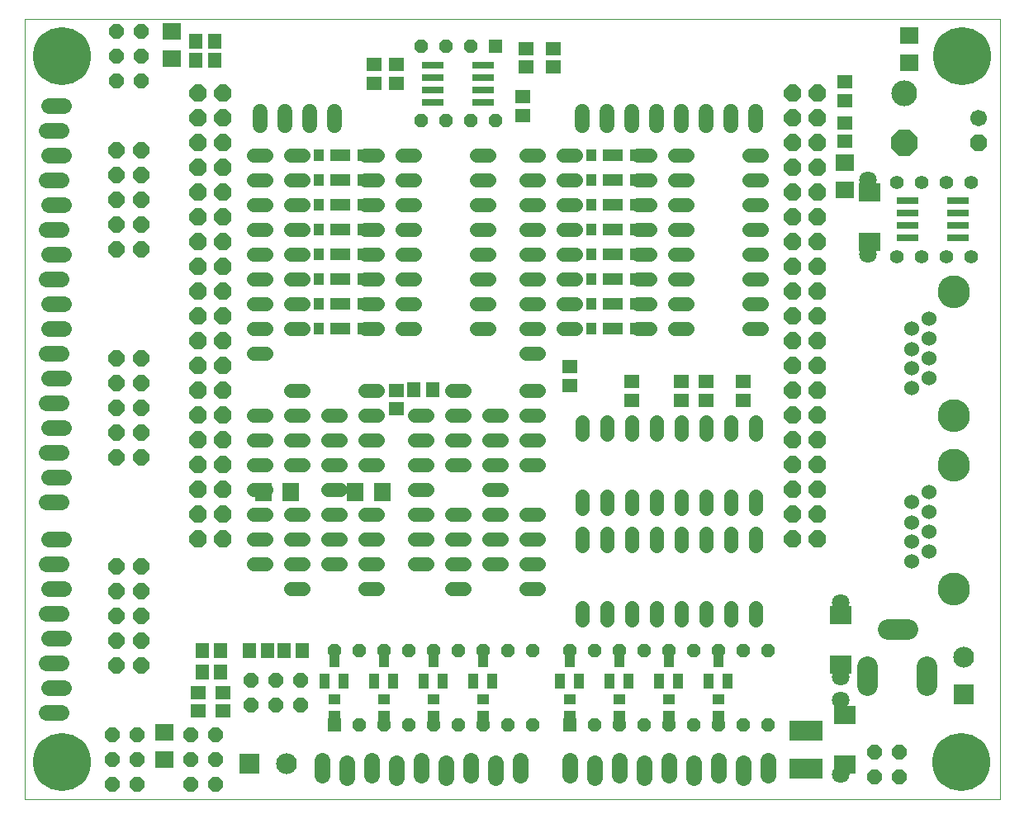
<source format=gts>
G75*
%MOIN*%
%OFA0B0*%
%FSLAX25Y25*%
%IPPOS*%
%LPD*%
%AMOC8*
5,1,8,0,0,1.08239X$1,22.5*
%
%ADD10C,0.00000*%
%ADD11OC8,0.07000*%
%ADD12C,0.23400*%
%ADD13C,0.08274*%
%ADD14C,0.06000*%
%ADD15C,0.12998*%
%ADD16R,0.05600X0.05600*%
%ADD17OC8,0.05600*%
%ADD18C,0.05600*%
%ADD19C,0.06400*%
%ADD20R,0.09061X0.02762*%
%ADD21C,0.10400*%
%ADD22OC8,0.10400*%
%ADD23C,0.07093*%
%ADD24R,0.07487X0.06699*%
%ADD25OC8,0.06700*%
%ADD26C,0.06700*%
%ADD27OC8,0.06000*%
%ADD28R,0.05518X0.06306*%
%ADD29R,0.06306X0.05518*%
%ADD30C,0.06000*%
%ADD31C,0.05600*%
%ADD32OC8,0.06337*%
%ADD33R,0.04337X0.05912*%
%ADD34R,0.04731X0.04337*%
%ADD35R,0.13786X0.07880*%
%ADD36R,0.04337X0.04731*%
%ADD37R,0.04140X0.04731*%
%ADD38R,0.06699X0.07487*%
%ADD39R,0.08400X0.08400*%
%ADD40C,0.08400*%
%ADD41R,0.09061X0.07487*%
D10*
X0003000Y0106000D02*
X0003000Y0420961D01*
X0396701Y0420961D01*
X0396701Y0106000D01*
X0003000Y0106000D01*
X0371701Y0191000D02*
X0371703Y0191158D01*
X0371709Y0191316D01*
X0371719Y0191474D01*
X0371733Y0191632D01*
X0371751Y0191789D01*
X0371772Y0191946D01*
X0371798Y0192102D01*
X0371828Y0192258D01*
X0371861Y0192413D01*
X0371899Y0192566D01*
X0371940Y0192719D01*
X0371985Y0192871D01*
X0372034Y0193022D01*
X0372087Y0193171D01*
X0372143Y0193319D01*
X0372203Y0193465D01*
X0372267Y0193610D01*
X0372335Y0193753D01*
X0372406Y0193895D01*
X0372480Y0194035D01*
X0372558Y0194172D01*
X0372640Y0194308D01*
X0372724Y0194442D01*
X0372813Y0194573D01*
X0372904Y0194702D01*
X0372999Y0194829D01*
X0373096Y0194954D01*
X0373197Y0195076D01*
X0373301Y0195195D01*
X0373408Y0195312D01*
X0373518Y0195426D01*
X0373631Y0195537D01*
X0373746Y0195646D01*
X0373864Y0195751D01*
X0373985Y0195853D01*
X0374108Y0195953D01*
X0374234Y0196049D01*
X0374362Y0196142D01*
X0374492Y0196232D01*
X0374625Y0196318D01*
X0374760Y0196402D01*
X0374896Y0196481D01*
X0375035Y0196558D01*
X0375176Y0196630D01*
X0375318Y0196700D01*
X0375462Y0196765D01*
X0375608Y0196827D01*
X0375755Y0196885D01*
X0375904Y0196940D01*
X0376054Y0196991D01*
X0376205Y0197038D01*
X0376357Y0197081D01*
X0376510Y0197120D01*
X0376665Y0197156D01*
X0376820Y0197187D01*
X0376976Y0197215D01*
X0377132Y0197239D01*
X0377289Y0197259D01*
X0377447Y0197275D01*
X0377604Y0197287D01*
X0377763Y0197295D01*
X0377921Y0197299D01*
X0378079Y0197299D01*
X0378237Y0197295D01*
X0378396Y0197287D01*
X0378553Y0197275D01*
X0378711Y0197259D01*
X0378868Y0197239D01*
X0379024Y0197215D01*
X0379180Y0197187D01*
X0379335Y0197156D01*
X0379490Y0197120D01*
X0379643Y0197081D01*
X0379795Y0197038D01*
X0379946Y0196991D01*
X0380096Y0196940D01*
X0380245Y0196885D01*
X0380392Y0196827D01*
X0380538Y0196765D01*
X0380682Y0196700D01*
X0380824Y0196630D01*
X0380965Y0196558D01*
X0381104Y0196481D01*
X0381240Y0196402D01*
X0381375Y0196318D01*
X0381508Y0196232D01*
X0381638Y0196142D01*
X0381766Y0196049D01*
X0381892Y0195953D01*
X0382015Y0195853D01*
X0382136Y0195751D01*
X0382254Y0195646D01*
X0382369Y0195537D01*
X0382482Y0195426D01*
X0382592Y0195312D01*
X0382699Y0195195D01*
X0382803Y0195076D01*
X0382904Y0194954D01*
X0383001Y0194829D01*
X0383096Y0194702D01*
X0383187Y0194573D01*
X0383276Y0194442D01*
X0383360Y0194308D01*
X0383442Y0194172D01*
X0383520Y0194035D01*
X0383594Y0193895D01*
X0383665Y0193753D01*
X0383733Y0193610D01*
X0383797Y0193465D01*
X0383857Y0193319D01*
X0383913Y0193171D01*
X0383966Y0193022D01*
X0384015Y0192871D01*
X0384060Y0192719D01*
X0384101Y0192566D01*
X0384139Y0192413D01*
X0384172Y0192258D01*
X0384202Y0192102D01*
X0384228Y0191946D01*
X0384249Y0191789D01*
X0384267Y0191632D01*
X0384281Y0191474D01*
X0384291Y0191316D01*
X0384297Y0191158D01*
X0384299Y0191000D01*
X0384297Y0190842D01*
X0384291Y0190684D01*
X0384281Y0190526D01*
X0384267Y0190368D01*
X0384249Y0190211D01*
X0384228Y0190054D01*
X0384202Y0189898D01*
X0384172Y0189742D01*
X0384139Y0189587D01*
X0384101Y0189434D01*
X0384060Y0189281D01*
X0384015Y0189129D01*
X0383966Y0188978D01*
X0383913Y0188829D01*
X0383857Y0188681D01*
X0383797Y0188535D01*
X0383733Y0188390D01*
X0383665Y0188247D01*
X0383594Y0188105D01*
X0383520Y0187965D01*
X0383442Y0187828D01*
X0383360Y0187692D01*
X0383276Y0187558D01*
X0383187Y0187427D01*
X0383096Y0187298D01*
X0383001Y0187171D01*
X0382904Y0187046D01*
X0382803Y0186924D01*
X0382699Y0186805D01*
X0382592Y0186688D01*
X0382482Y0186574D01*
X0382369Y0186463D01*
X0382254Y0186354D01*
X0382136Y0186249D01*
X0382015Y0186147D01*
X0381892Y0186047D01*
X0381766Y0185951D01*
X0381638Y0185858D01*
X0381508Y0185768D01*
X0381375Y0185682D01*
X0381240Y0185598D01*
X0381104Y0185519D01*
X0380965Y0185442D01*
X0380824Y0185370D01*
X0380682Y0185300D01*
X0380538Y0185235D01*
X0380392Y0185173D01*
X0380245Y0185115D01*
X0380096Y0185060D01*
X0379946Y0185009D01*
X0379795Y0184962D01*
X0379643Y0184919D01*
X0379490Y0184880D01*
X0379335Y0184844D01*
X0379180Y0184813D01*
X0379024Y0184785D01*
X0378868Y0184761D01*
X0378711Y0184741D01*
X0378553Y0184725D01*
X0378396Y0184713D01*
X0378237Y0184705D01*
X0378079Y0184701D01*
X0377921Y0184701D01*
X0377763Y0184705D01*
X0377604Y0184713D01*
X0377447Y0184725D01*
X0377289Y0184741D01*
X0377132Y0184761D01*
X0376976Y0184785D01*
X0376820Y0184813D01*
X0376665Y0184844D01*
X0376510Y0184880D01*
X0376357Y0184919D01*
X0376205Y0184962D01*
X0376054Y0185009D01*
X0375904Y0185060D01*
X0375755Y0185115D01*
X0375608Y0185173D01*
X0375462Y0185235D01*
X0375318Y0185300D01*
X0375176Y0185370D01*
X0375035Y0185442D01*
X0374896Y0185519D01*
X0374760Y0185598D01*
X0374625Y0185682D01*
X0374492Y0185768D01*
X0374362Y0185858D01*
X0374234Y0185951D01*
X0374108Y0186047D01*
X0373985Y0186147D01*
X0373864Y0186249D01*
X0373746Y0186354D01*
X0373631Y0186463D01*
X0373518Y0186574D01*
X0373408Y0186688D01*
X0373301Y0186805D01*
X0373197Y0186924D01*
X0373096Y0187046D01*
X0372999Y0187171D01*
X0372904Y0187298D01*
X0372813Y0187427D01*
X0372724Y0187558D01*
X0372640Y0187692D01*
X0372558Y0187828D01*
X0372480Y0187965D01*
X0372406Y0188105D01*
X0372335Y0188247D01*
X0372267Y0188390D01*
X0372203Y0188535D01*
X0372143Y0188681D01*
X0372087Y0188829D01*
X0372034Y0188978D01*
X0371985Y0189129D01*
X0371940Y0189281D01*
X0371899Y0189434D01*
X0371861Y0189587D01*
X0371828Y0189742D01*
X0371798Y0189898D01*
X0371772Y0190054D01*
X0371751Y0190211D01*
X0371733Y0190368D01*
X0371719Y0190526D01*
X0371709Y0190684D01*
X0371703Y0190842D01*
X0371701Y0191000D01*
X0371701Y0241000D02*
X0371703Y0241158D01*
X0371709Y0241316D01*
X0371719Y0241474D01*
X0371733Y0241632D01*
X0371751Y0241789D01*
X0371772Y0241946D01*
X0371798Y0242102D01*
X0371828Y0242258D01*
X0371861Y0242413D01*
X0371899Y0242566D01*
X0371940Y0242719D01*
X0371985Y0242871D01*
X0372034Y0243022D01*
X0372087Y0243171D01*
X0372143Y0243319D01*
X0372203Y0243465D01*
X0372267Y0243610D01*
X0372335Y0243753D01*
X0372406Y0243895D01*
X0372480Y0244035D01*
X0372558Y0244172D01*
X0372640Y0244308D01*
X0372724Y0244442D01*
X0372813Y0244573D01*
X0372904Y0244702D01*
X0372999Y0244829D01*
X0373096Y0244954D01*
X0373197Y0245076D01*
X0373301Y0245195D01*
X0373408Y0245312D01*
X0373518Y0245426D01*
X0373631Y0245537D01*
X0373746Y0245646D01*
X0373864Y0245751D01*
X0373985Y0245853D01*
X0374108Y0245953D01*
X0374234Y0246049D01*
X0374362Y0246142D01*
X0374492Y0246232D01*
X0374625Y0246318D01*
X0374760Y0246402D01*
X0374896Y0246481D01*
X0375035Y0246558D01*
X0375176Y0246630D01*
X0375318Y0246700D01*
X0375462Y0246765D01*
X0375608Y0246827D01*
X0375755Y0246885D01*
X0375904Y0246940D01*
X0376054Y0246991D01*
X0376205Y0247038D01*
X0376357Y0247081D01*
X0376510Y0247120D01*
X0376665Y0247156D01*
X0376820Y0247187D01*
X0376976Y0247215D01*
X0377132Y0247239D01*
X0377289Y0247259D01*
X0377447Y0247275D01*
X0377604Y0247287D01*
X0377763Y0247295D01*
X0377921Y0247299D01*
X0378079Y0247299D01*
X0378237Y0247295D01*
X0378396Y0247287D01*
X0378553Y0247275D01*
X0378711Y0247259D01*
X0378868Y0247239D01*
X0379024Y0247215D01*
X0379180Y0247187D01*
X0379335Y0247156D01*
X0379490Y0247120D01*
X0379643Y0247081D01*
X0379795Y0247038D01*
X0379946Y0246991D01*
X0380096Y0246940D01*
X0380245Y0246885D01*
X0380392Y0246827D01*
X0380538Y0246765D01*
X0380682Y0246700D01*
X0380824Y0246630D01*
X0380965Y0246558D01*
X0381104Y0246481D01*
X0381240Y0246402D01*
X0381375Y0246318D01*
X0381508Y0246232D01*
X0381638Y0246142D01*
X0381766Y0246049D01*
X0381892Y0245953D01*
X0382015Y0245853D01*
X0382136Y0245751D01*
X0382254Y0245646D01*
X0382369Y0245537D01*
X0382482Y0245426D01*
X0382592Y0245312D01*
X0382699Y0245195D01*
X0382803Y0245076D01*
X0382904Y0244954D01*
X0383001Y0244829D01*
X0383096Y0244702D01*
X0383187Y0244573D01*
X0383276Y0244442D01*
X0383360Y0244308D01*
X0383442Y0244172D01*
X0383520Y0244035D01*
X0383594Y0243895D01*
X0383665Y0243753D01*
X0383733Y0243610D01*
X0383797Y0243465D01*
X0383857Y0243319D01*
X0383913Y0243171D01*
X0383966Y0243022D01*
X0384015Y0242871D01*
X0384060Y0242719D01*
X0384101Y0242566D01*
X0384139Y0242413D01*
X0384172Y0242258D01*
X0384202Y0242102D01*
X0384228Y0241946D01*
X0384249Y0241789D01*
X0384267Y0241632D01*
X0384281Y0241474D01*
X0384291Y0241316D01*
X0384297Y0241158D01*
X0384299Y0241000D01*
X0384297Y0240842D01*
X0384291Y0240684D01*
X0384281Y0240526D01*
X0384267Y0240368D01*
X0384249Y0240211D01*
X0384228Y0240054D01*
X0384202Y0239898D01*
X0384172Y0239742D01*
X0384139Y0239587D01*
X0384101Y0239434D01*
X0384060Y0239281D01*
X0384015Y0239129D01*
X0383966Y0238978D01*
X0383913Y0238829D01*
X0383857Y0238681D01*
X0383797Y0238535D01*
X0383733Y0238390D01*
X0383665Y0238247D01*
X0383594Y0238105D01*
X0383520Y0237965D01*
X0383442Y0237828D01*
X0383360Y0237692D01*
X0383276Y0237558D01*
X0383187Y0237427D01*
X0383096Y0237298D01*
X0383001Y0237171D01*
X0382904Y0237046D01*
X0382803Y0236924D01*
X0382699Y0236805D01*
X0382592Y0236688D01*
X0382482Y0236574D01*
X0382369Y0236463D01*
X0382254Y0236354D01*
X0382136Y0236249D01*
X0382015Y0236147D01*
X0381892Y0236047D01*
X0381766Y0235951D01*
X0381638Y0235858D01*
X0381508Y0235768D01*
X0381375Y0235682D01*
X0381240Y0235598D01*
X0381104Y0235519D01*
X0380965Y0235442D01*
X0380824Y0235370D01*
X0380682Y0235300D01*
X0380538Y0235235D01*
X0380392Y0235173D01*
X0380245Y0235115D01*
X0380096Y0235060D01*
X0379946Y0235009D01*
X0379795Y0234962D01*
X0379643Y0234919D01*
X0379490Y0234880D01*
X0379335Y0234844D01*
X0379180Y0234813D01*
X0379024Y0234785D01*
X0378868Y0234761D01*
X0378711Y0234741D01*
X0378553Y0234725D01*
X0378396Y0234713D01*
X0378237Y0234705D01*
X0378079Y0234701D01*
X0377921Y0234701D01*
X0377763Y0234705D01*
X0377604Y0234713D01*
X0377447Y0234725D01*
X0377289Y0234741D01*
X0377132Y0234761D01*
X0376976Y0234785D01*
X0376820Y0234813D01*
X0376665Y0234844D01*
X0376510Y0234880D01*
X0376357Y0234919D01*
X0376205Y0234962D01*
X0376054Y0235009D01*
X0375904Y0235060D01*
X0375755Y0235115D01*
X0375608Y0235173D01*
X0375462Y0235235D01*
X0375318Y0235300D01*
X0375176Y0235370D01*
X0375035Y0235442D01*
X0374896Y0235519D01*
X0374760Y0235598D01*
X0374625Y0235682D01*
X0374492Y0235768D01*
X0374362Y0235858D01*
X0374234Y0235951D01*
X0374108Y0236047D01*
X0373985Y0236147D01*
X0373864Y0236249D01*
X0373746Y0236354D01*
X0373631Y0236463D01*
X0373518Y0236574D01*
X0373408Y0236688D01*
X0373301Y0236805D01*
X0373197Y0236924D01*
X0373096Y0237046D01*
X0372999Y0237171D01*
X0372904Y0237298D01*
X0372813Y0237427D01*
X0372724Y0237558D01*
X0372640Y0237692D01*
X0372558Y0237828D01*
X0372480Y0237965D01*
X0372406Y0238105D01*
X0372335Y0238247D01*
X0372267Y0238390D01*
X0372203Y0238535D01*
X0372143Y0238681D01*
X0372087Y0238829D01*
X0372034Y0238978D01*
X0371985Y0239129D01*
X0371940Y0239281D01*
X0371899Y0239434D01*
X0371861Y0239587D01*
X0371828Y0239742D01*
X0371798Y0239898D01*
X0371772Y0240054D01*
X0371751Y0240211D01*
X0371733Y0240368D01*
X0371719Y0240526D01*
X0371709Y0240684D01*
X0371703Y0240842D01*
X0371701Y0241000D01*
X0371701Y0261000D02*
X0371703Y0261158D01*
X0371709Y0261316D01*
X0371719Y0261474D01*
X0371733Y0261632D01*
X0371751Y0261789D01*
X0371772Y0261946D01*
X0371798Y0262102D01*
X0371828Y0262258D01*
X0371861Y0262413D01*
X0371899Y0262566D01*
X0371940Y0262719D01*
X0371985Y0262871D01*
X0372034Y0263022D01*
X0372087Y0263171D01*
X0372143Y0263319D01*
X0372203Y0263465D01*
X0372267Y0263610D01*
X0372335Y0263753D01*
X0372406Y0263895D01*
X0372480Y0264035D01*
X0372558Y0264172D01*
X0372640Y0264308D01*
X0372724Y0264442D01*
X0372813Y0264573D01*
X0372904Y0264702D01*
X0372999Y0264829D01*
X0373096Y0264954D01*
X0373197Y0265076D01*
X0373301Y0265195D01*
X0373408Y0265312D01*
X0373518Y0265426D01*
X0373631Y0265537D01*
X0373746Y0265646D01*
X0373864Y0265751D01*
X0373985Y0265853D01*
X0374108Y0265953D01*
X0374234Y0266049D01*
X0374362Y0266142D01*
X0374492Y0266232D01*
X0374625Y0266318D01*
X0374760Y0266402D01*
X0374896Y0266481D01*
X0375035Y0266558D01*
X0375176Y0266630D01*
X0375318Y0266700D01*
X0375462Y0266765D01*
X0375608Y0266827D01*
X0375755Y0266885D01*
X0375904Y0266940D01*
X0376054Y0266991D01*
X0376205Y0267038D01*
X0376357Y0267081D01*
X0376510Y0267120D01*
X0376665Y0267156D01*
X0376820Y0267187D01*
X0376976Y0267215D01*
X0377132Y0267239D01*
X0377289Y0267259D01*
X0377447Y0267275D01*
X0377604Y0267287D01*
X0377763Y0267295D01*
X0377921Y0267299D01*
X0378079Y0267299D01*
X0378237Y0267295D01*
X0378396Y0267287D01*
X0378553Y0267275D01*
X0378711Y0267259D01*
X0378868Y0267239D01*
X0379024Y0267215D01*
X0379180Y0267187D01*
X0379335Y0267156D01*
X0379490Y0267120D01*
X0379643Y0267081D01*
X0379795Y0267038D01*
X0379946Y0266991D01*
X0380096Y0266940D01*
X0380245Y0266885D01*
X0380392Y0266827D01*
X0380538Y0266765D01*
X0380682Y0266700D01*
X0380824Y0266630D01*
X0380965Y0266558D01*
X0381104Y0266481D01*
X0381240Y0266402D01*
X0381375Y0266318D01*
X0381508Y0266232D01*
X0381638Y0266142D01*
X0381766Y0266049D01*
X0381892Y0265953D01*
X0382015Y0265853D01*
X0382136Y0265751D01*
X0382254Y0265646D01*
X0382369Y0265537D01*
X0382482Y0265426D01*
X0382592Y0265312D01*
X0382699Y0265195D01*
X0382803Y0265076D01*
X0382904Y0264954D01*
X0383001Y0264829D01*
X0383096Y0264702D01*
X0383187Y0264573D01*
X0383276Y0264442D01*
X0383360Y0264308D01*
X0383442Y0264172D01*
X0383520Y0264035D01*
X0383594Y0263895D01*
X0383665Y0263753D01*
X0383733Y0263610D01*
X0383797Y0263465D01*
X0383857Y0263319D01*
X0383913Y0263171D01*
X0383966Y0263022D01*
X0384015Y0262871D01*
X0384060Y0262719D01*
X0384101Y0262566D01*
X0384139Y0262413D01*
X0384172Y0262258D01*
X0384202Y0262102D01*
X0384228Y0261946D01*
X0384249Y0261789D01*
X0384267Y0261632D01*
X0384281Y0261474D01*
X0384291Y0261316D01*
X0384297Y0261158D01*
X0384299Y0261000D01*
X0384297Y0260842D01*
X0384291Y0260684D01*
X0384281Y0260526D01*
X0384267Y0260368D01*
X0384249Y0260211D01*
X0384228Y0260054D01*
X0384202Y0259898D01*
X0384172Y0259742D01*
X0384139Y0259587D01*
X0384101Y0259434D01*
X0384060Y0259281D01*
X0384015Y0259129D01*
X0383966Y0258978D01*
X0383913Y0258829D01*
X0383857Y0258681D01*
X0383797Y0258535D01*
X0383733Y0258390D01*
X0383665Y0258247D01*
X0383594Y0258105D01*
X0383520Y0257965D01*
X0383442Y0257828D01*
X0383360Y0257692D01*
X0383276Y0257558D01*
X0383187Y0257427D01*
X0383096Y0257298D01*
X0383001Y0257171D01*
X0382904Y0257046D01*
X0382803Y0256924D01*
X0382699Y0256805D01*
X0382592Y0256688D01*
X0382482Y0256574D01*
X0382369Y0256463D01*
X0382254Y0256354D01*
X0382136Y0256249D01*
X0382015Y0256147D01*
X0381892Y0256047D01*
X0381766Y0255951D01*
X0381638Y0255858D01*
X0381508Y0255768D01*
X0381375Y0255682D01*
X0381240Y0255598D01*
X0381104Y0255519D01*
X0380965Y0255442D01*
X0380824Y0255370D01*
X0380682Y0255300D01*
X0380538Y0255235D01*
X0380392Y0255173D01*
X0380245Y0255115D01*
X0380096Y0255060D01*
X0379946Y0255009D01*
X0379795Y0254962D01*
X0379643Y0254919D01*
X0379490Y0254880D01*
X0379335Y0254844D01*
X0379180Y0254813D01*
X0379024Y0254785D01*
X0378868Y0254761D01*
X0378711Y0254741D01*
X0378553Y0254725D01*
X0378396Y0254713D01*
X0378237Y0254705D01*
X0378079Y0254701D01*
X0377921Y0254701D01*
X0377763Y0254705D01*
X0377604Y0254713D01*
X0377447Y0254725D01*
X0377289Y0254741D01*
X0377132Y0254761D01*
X0376976Y0254785D01*
X0376820Y0254813D01*
X0376665Y0254844D01*
X0376510Y0254880D01*
X0376357Y0254919D01*
X0376205Y0254962D01*
X0376054Y0255009D01*
X0375904Y0255060D01*
X0375755Y0255115D01*
X0375608Y0255173D01*
X0375462Y0255235D01*
X0375318Y0255300D01*
X0375176Y0255370D01*
X0375035Y0255442D01*
X0374896Y0255519D01*
X0374760Y0255598D01*
X0374625Y0255682D01*
X0374492Y0255768D01*
X0374362Y0255858D01*
X0374234Y0255951D01*
X0374108Y0256047D01*
X0373985Y0256147D01*
X0373864Y0256249D01*
X0373746Y0256354D01*
X0373631Y0256463D01*
X0373518Y0256574D01*
X0373408Y0256688D01*
X0373301Y0256805D01*
X0373197Y0256924D01*
X0373096Y0257046D01*
X0372999Y0257171D01*
X0372904Y0257298D01*
X0372813Y0257427D01*
X0372724Y0257558D01*
X0372640Y0257692D01*
X0372558Y0257828D01*
X0372480Y0257965D01*
X0372406Y0258105D01*
X0372335Y0258247D01*
X0372267Y0258390D01*
X0372203Y0258535D01*
X0372143Y0258681D01*
X0372087Y0258829D01*
X0372034Y0258978D01*
X0371985Y0259129D01*
X0371940Y0259281D01*
X0371899Y0259434D01*
X0371861Y0259587D01*
X0371828Y0259742D01*
X0371798Y0259898D01*
X0371772Y0260054D01*
X0371751Y0260211D01*
X0371733Y0260368D01*
X0371719Y0260526D01*
X0371709Y0260684D01*
X0371703Y0260842D01*
X0371701Y0261000D01*
X0371701Y0311000D02*
X0371703Y0311158D01*
X0371709Y0311316D01*
X0371719Y0311474D01*
X0371733Y0311632D01*
X0371751Y0311789D01*
X0371772Y0311946D01*
X0371798Y0312102D01*
X0371828Y0312258D01*
X0371861Y0312413D01*
X0371899Y0312566D01*
X0371940Y0312719D01*
X0371985Y0312871D01*
X0372034Y0313022D01*
X0372087Y0313171D01*
X0372143Y0313319D01*
X0372203Y0313465D01*
X0372267Y0313610D01*
X0372335Y0313753D01*
X0372406Y0313895D01*
X0372480Y0314035D01*
X0372558Y0314172D01*
X0372640Y0314308D01*
X0372724Y0314442D01*
X0372813Y0314573D01*
X0372904Y0314702D01*
X0372999Y0314829D01*
X0373096Y0314954D01*
X0373197Y0315076D01*
X0373301Y0315195D01*
X0373408Y0315312D01*
X0373518Y0315426D01*
X0373631Y0315537D01*
X0373746Y0315646D01*
X0373864Y0315751D01*
X0373985Y0315853D01*
X0374108Y0315953D01*
X0374234Y0316049D01*
X0374362Y0316142D01*
X0374492Y0316232D01*
X0374625Y0316318D01*
X0374760Y0316402D01*
X0374896Y0316481D01*
X0375035Y0316558D01*
X0375176Y0316630D01*
X0375318Y0316700D01*
X0375462Y0316765D01*
X0375608Y0316827D01*
X0375755Y0316885D01*
X0375904Y0316940D01*
X0376054Y0316991D01*
X0376205Y0317038D01*
X0376357Y0317081D01*
X0376510Y0317120D01*
X0376665Y0317156D01*
X0376820Y0317187D01*
X0376976Y0317215D01*
X0377132Y0317239D01*
X0377289Y0317259D01*
X0377447Y0317275D01*
X0377604Y0317287D01*
X0377763Y0317295D01*
X0377921Y0317299D01*
X0378079Y0317299D01*
X0378237Y0317295D01*
X0378396Y0317287D01*
X0378553Y0317275D01*
X0378711Y0317259D01*
X0378868Y0317239D01*
X0379024Y0317215D01*
X0379180Y0317187D01*
X0379335Y0317156D01*
X0379490Y0317120D01*
X0379643Y0317081D01*
X0379795Y0317038D01*
X0379946Y0316991D01*
X0380096Y0316940D01*
X0380245Y0316885D01*
X0380392Y0316827D01*
X0380538Y0316765D01*
X0380682Y0316700D01*
X0380824Y0316630D01*
X0380965Y0316558D01*
X0381104Y0316481D01*
X0381240Y0316402D01*
X0381375Y0316318D01*
X0381508Y0316232D01*
X0381638Y0316142D01*
X0381766Y0316049D01*
X0381892Y0315953D01*
X0382015Y0315853D01*
X0382136Y0315751D01*
X0382254Y0315646D01*
X0382369Y0315537D01*
X0382482Y0315426D01*
X0382592Y0315312D01*
X0382699Y0315195D01*
X0382803Y0315076D01*
X0382904Y0314954D01*
X0383001Y0314829D01*
X0383096Y0314702D01*
X0383187Y0314573D01*
X0383276Y0314442D01*
X0383360Y0314308D01*
X0383442Y0314172D01*
X0383520Y0314035D01*
X0383594Y0313895D01*
X0383665Y0313753D01*
X0383733Y0313610D01*
X0383797Y0313465D01*
X0383857Y0313319D01*
X0383913Y0313171D01*
X0383966Y0313022D01*
X0384015Y0312871D01*
X0384060Y0312719D01*
X0384101Y0312566D01*
X0384139Y0312413D01*
X0384172Y0312258D01*
X0384202Y0312102D01*
X0384228Y0311946D01*
X0384249Y0311789D01*
X0384267Y0311632D01*
X0384281Y0311474D01*
X0384291Y0311316D01*
X0384297Y0311158D01*
X0384299Y0311000D01*
X0384297Y0310842D01*
X0384291Y0310684D01*
X0384281Y0310526D01*
X0384267Y0310368D01*
X0384249Y0310211D01*
X0384228Y0310054D01*
X0384202Y0309898D01*
X0384172Y0309742D01*
X0384139Y0309587D01*
X0384101Y0309434D01*
X0384060Y0309281D01*
X0384015Y0309129D01*
X0383966Y0308978D01*
X0383913Y0308829D01*
X0383857Y0308681D01*
X0383797Y0308535D01*
X0383733Y0308390D01*
X0383665Y0308247D01*
X0383594Y0308105D01*
X0383520Y0307965D01*
X0383442Y0307828D01*
X0383360Y0307692D01*
X0383276Y0307558D01*
X0383187Y0307427D01*
X0383096Y0307298D01*
X0383001Y0307171D01*
X0382904Y0307046D01*
X0382803Y0306924D01*
X0382699Y0306805D01*
X0382592Y0306688D01*
X0382482Y0306574D01*
X0382369Y0306463D01*
X0382254Y0306354D01*
X0382136Y0306249D01*
X0382015Y0306147D01*
X0381892Y0306047D01*
X0381766Y0305951D01*
X0381638Y0305858D01*
X0381508Y0305768D01*
X0381375Y0305682D01*
X0381240Y0305598D01*
X0381104Y0305519D01*
X0380965Y0305442D01*
X0380824Y0305370D01*
X0380682Y0305300D01*
X0380538Y0305235D01*
X0380392Y0305173D01*
X0380245Y0305115D01*
X0380096Y0305060D01*
X0379946Y0305009D01*
X0379795Y0304962D01*
X0379643Y0304919D01*
X0379490Y0304880D01*
X0379335Y0304844D01*
X0379180Y0304813D01*
X0379024Y0304785D01*
X0378868Y0304761D01*
X0378711Y0304741D01*
X0378553Y0304725D01*
X0378396Y0304713D01*
X0378237Y0304705D01*
X0378079Y0304701D01*
X0377921Y0304701D01*
X0377763Y0304705D01*
X0377604Y0304713D01*
X0377447Y0304725D01*
X0377289Y0304741D01*
X0377132Y0304761D01*
X0376976Y0304785D01*
X0376820Y0304813D01*
X0376665Y0304844D01*
X0376510Y0304880D01*
X0376357Y0304919D01*
X0376205Y0304962D01*
X0376054Y0305009D01*
X0375904Y0305060D01*
X0375755Y0305115D01*
X0375608Y0305173D01*
X0375462Y0305235D01*
X0375318Y0305300D01*
X0375176Y0305370D01*
X0375035Y0305442D01*
X0374896Y0305519D01*
X0374760Y0305598D01*
X0374625Y0305682D01*
X0374492Y0305768D01*
X0374362Y0305858D01*
X0374234Y0305951D01*
X0374108Y0306047D01*
X0373985Y0306147D01*
X0373864Y0306249D01*
X0373746Y0306354D01*
X0373631Y0306463D01*
X0373518Y0306574D01*
X0373408Y0306688D01*
X0373301Y0306805D01*
X0373197Y0306924D01*
X0373096Y0307046D01*
X0372999Y0307171D01*
X0372904Y0307298D01*
X0372813Y0307427D01*
X0372724Y0307558D01*
X0372640Y0307692D01*
X0372558Y0307828D01*
X0372480Y0307965D01*
X0372406Y0308105D01*
X0372335Y0308247D01*
X0372267Y0308390D01*
X0372203Y0308535D01*
X0372143Y0308681D01*
X0372087Y0308829D01*
X0372034Y0308978D01*
X0371985Y0309129D01*
X0371940Y0309281D01*
X0371899Y0309434D01*
X0371861Y0309587D01*
X0371828Y0309742D01*
X0371798Y0309898D01*
X0371772Y0310054D01*
X0371751Y0310211D01*
X0371733Y0310368D01*
X0371719Y0310526D01*
X0371709Y0310684D01*
X0371703Y0310842D01*
X0371701Y0311000D01*
D11*
X0323000Y0311000D03*
X0323000Y0301000D03*
X0323000Y0291000D03*
X0323000Y0281000D03*
X0323000Y0271000D03*
X0323000Y0261000D03*
X0323000Y0251000D03*
X0323000Y0241000D03*
X0323000Y0231000D03*
X0323000Y0221000D03*
X0323000Y0211000D03*
X0313000Y0211000D03*
X0313000Y0221000D03*
X0313000Y0231000D03*
X0313000Y0241000D03*
X0313000Y0251000D03*
X0313000Y0261000D03*
X0313000Y0271000D03*
X0313000Y0281000D03*
X0313000Y0291000D03*
X0313000Y0301000D03*
X0313000Y0311000D03*
X0313000Y0321000D03*
X0313000Y0331000D03*
X0313000Y0341000D03*
X0313000Y0351000D03*
X0313000Y0361000D03*
X0313000Y0371000D03*
X0313000Y0381000D03*
X0313000Y0391000D03*
X0323000Y0391000D03*
X0323000Y0381000D03*
X0323000Y0371000D03*
X0323000Y0361000D03*
X0323000Y0351000D03*
X0323000Y0341000D03*
X0323000Y0331000D03*
X0323000Y0321000D03*
X0083000Y0321000D03*
X0083000Y0311000D03*
X0083000Y0301000D03*
X0083000Y0291000D03*
X0083000Y0281000D03*
X0083000Y0271000D03*
X0083000Y0261000D03*
X0083000Y0251000D03*
X0083000Y0241000D03*
X0083000Y0231000D03*
X0083000Y0221000D03*
X0083000Y0211000D03*
X0073000Y0211000D03*
X0073000Y0221000D03*
X0073000Y0231000D03*
X0073000Y0241000D03*
X0073000Y0251000D03*
X0073000Y0261000D03*
X0073000Y0271000D03*
X0073000Y0281000D03*
X0073000Y0291000D03*
X0073000Y0301000D03*
X0073000Y0311000D03*
X0073000Y0321000D03*
X0073000Y0331000D03*
X0073000Y0341000D03*
X0073000Y0351000D03*
X0073000Y0361000D03*
X0073000Y0371000D03*
X0073000Y0381000D03*
X0073000Y0391000D03*
X0083000Y0391000D03*
X0083000Y0381000D03*
X0083000Y0371000D03*
X0083000Y0361000D03*
X0083000Y0351000D03*
X0083000Y0341000D03*
X0083000Y0331000D03*
D12*
X0018000Y0406000D03*
X0018000Y0121000D03*
X0381000Y0121000D03*
X0381500Y0406000D03*
D13*
X0359437Y0174898D02*
X0351563Y0174898D01*
X0343295Y0159937D02*
X0343295Y0152063D01*
X0367311Y0152063D02*
X0367311Y0159937D01*
D14*
X0360992Y0202004D03*
X0360992Y0210035D03*
X0360992Y0217949D03*
X0360992Y0225980D03*
X0368000Y0221965D03*
X0368000Y0214051D03*
X0368000Y0206020D03*
X0368000Y0229996D03*
X0360992Y0272004D03*
X0360992Y0280035D03*
X0360992Y0287949D03*
X0368000Y0284051D03*
X0368000Y0276020D03*
X0368000Y0291965D03*
X0368000Y0299996D03*
X0360992Y0295980D03*
D15*
X0378000Y0311000D03*
X0378000Y0261000D03*
X0378000Y0241000D03*
X0378000Y0191000D03*
D16*
X0223000Y0136000D03*
X0128000Y0136000D03*
X0193000Y0410000D03*
D17*
X0183000Y0410000D03*
X0173000Y0410000D03*
X0163000Y0410000D03*
X0163000Y0380000D03*
X0173000Y0380000D03*
X0183000Y0380000D03*
X0193000Y0380000D03*
X0188000Y0166000D03*
X0198000Y0166000D03*
X0208000Y0166000D03*
X0223000Y0166000D03*
X0233000Y0166000D03*
X0243000Y0166000D03*
X0253000Y0166000D03*
X0263000Y0166000D03*
X0273000Y0166000D03*
X0283000Y0166000D03*
X0293000Y0166000D03*
X0303000Y0166000D03*
X0303000Y0136000D03*
X0293000Y0136000D03*
X0283000Y0136000D03*
X0273000Y0136000D03*
X0263000Y0136000D03*
X0253000Y0136000D03*
X0243000Y0136000D03*
X0233000Y0136000D03*
X0208000Y0136000D03*
X0198000Y0136000D03*
X0188000Y0136000D03*
X0178000Y0136000D03*
X0168000Y0136000D03*
X0158000Y0136000D03*
X0148000Y0136000D03*
X0138000Y0136000D03*
X0138000Y0166000D03*
X0128000Y0166000D03*
X0148000Y0166000D03*
X0158000Y0166000D03*
X0168000Y0166000D03*
X0178000Y0166000D03*
D18*
X0180600Y0191000D02*
X0175400Y0191000D01*
X0175400Y0201000D02*
X0180600Y0201000D01*
X0190400Y0201000D02*
X0195600Y0201000D01*
X0195600Y0211000D02*
X0190400Y0211000D01*
X0180600Y0211000D02*
X0175400Y0211000D01*
X0165600Y0211000D02*
X0160400Y0211000D01*
X0160400Y0201000D02*
X0165600Y0201000D01*
X0165600Y0221000D02*
X0160400Y0221000D01*
X0160400Y0231000D02*
X0165600Y0231000D01*
X0165600Y0241000D02*
X0160400Y0241000D01*
X0160400Y0251000D02*
X0165600Y0251000D01*
X0175400Y0251000D02*
X0180600Y0251000D01*
X0190400Y0251000D02*
X0195600Y0251000D01*
X0195600Y0241000D02*
X0190400Y0241000D01*
X0180600Y0241000D02*
X0175400Y0241000D01*
X0190400Y0231000D02*
X0195600Y0231000D01*
X0195600Y0221000D02*
X0190400Y0221000D01*
X0180600Y0221000D02*
X0175400Y0221000D01*
X0145600Y0221000D02*
X0140400Y0221000D01*
X0140400Y0211000D02*
X0145600Y0211000D01*
X0145600Y0201000D02*
X0140400Y0201000D01*
X0140400Y0191000D02*
X0145600Y0191000D01*
X0130600Y0201000D02*
X0125400Y0201000D01*
X0125400Y0211000D02*
X0130600Y0211000D01*
X0130600Y0221000D02*
X0125400Y0221000D01*
X0125400Y0231000D02*
X0130600Y0231000D01*
X0130600Y0241000D02*
X0125400Y0241000D01*
X0125400Y0251000D02*
X0130600Y0251000D01*
X0130600Y0261000D02*
X0125400Y0261000D01*
X0115600Y0261000D02*
X0110400Y0261000D01*
X0100600Y0261000D02*
X0095400Y0261000D01*
X0095400Y0251000D02*
X0100600Y0251000D01*
X0110400Y0251000D02*
X0115600Y0251000D01*
X0115600Y0241000D02*
X0110400Y0241000D01*
X0100600Y0241000D02*
X0095400Y0241000D01*
X0095400Y0231000D02*
X0100600Y0231000D01*
X0100600Y0221000D02*
X0095400Y0221000D01*
X0095400Y0211000D02*
X0100600Y0211000D01*
X0110400Y0211000D02*
X0115600Y0211000D01*
X0115600Y0201000D02*
X0110400Y0201000D01*
X0100600Y0201000D02*
X0095400Y0201000D01*
X0110400Y0191000D02*
X0115600Y0191000D01*
X0115600Y0221000D02*
X0110400Y0221000D01*
X0140400Y0241000D02*
X0145600Y0241000D01*
X0145600Y0251000D02*
X0140400Y0251000D01*
X0140400Y0261000D02*
X0145600Y0261000D01*
X0145600Y0271000D02*
X0140400Y0271000D01*
X0160400Y0261000D02*
X0165600Y0261000D01*
X0175400Y0261000D02*
X0180600Y0261000D01*
X0190400Y0261000D02*
X0195600Y0261000D01*
X0205400Y0261000D02*
X0210600Y0261000D01*
X0210600Y0251000D02*
X0205400Y0251000D01*
X0205400Y0241000D02*
X0210600Y0241000D01*
X0210600Y0221000D02*
X0205400Y0221000D01*
X0205400Y0211000D02*
X0210600Y0211000D01*
X0210600Y0201000D02*
X0205400Y0201000D01*
X0205400Y0191000D02*
X0210600Y0191000D01*
X0228000Y0183600D02*
X0228000Y0178400D01*
X0238000Y0178400D02*
X0238000Y0183600D01*
X0248000Y0183600D02*
X0248000Y0178400D01*
X0258000Y0178400D02*
X0258000Y0183600D01*
X0268000Y0183600D02*
X0268000Y0178400D01*
X0278000Y0178400D02*
X0278000Y0183600D01*
X0288000Y0183600D02*
X0288000Y0178400D01*
X0298000Y0178400D02*
X0298000Y0183600D01*
X0298000Y0208400D02*
X0298000Y0213600D01*
X0298000Y0223400D02*
X0298000Y0228600D01*
X0288000Y0228600D02*
X0288000Y0223400D01*
X0288000Y0213600D02*
X0288000Y0208400D01*
X0278000Y0208400D02*
X0278000Y0213600D01*
X0278000Y0223400D02*
X0278000Y0228600D01*
X0268000Y0228600D02*
X0268000Y0223400D01*
X0268000Y0213600D02*
X0268000Y0208400D01*
X0258000Y0208400D02*
X0258000Y0213600D01*
X0258000Y0223400D02*
X0258000Y0228600D01*
X0248000Y0228600D02*
X0248000Y0223400D01*
X0248000Y0213600D02*
X0248000Y0208400D01*
X0238000Y0208400D02*
X0238000Y0213600D01*
X0238000Y0223400D02*
X0238000Y0228600D01*
X0228000Y0228600D02*
X0228000Y0223400D01*
X0228000Y0213600D02*
X0228000Y0208400D01*
X0228000Y0253400D02*
X0228000Y0258600D01*
X0238000Y0258600D02*
X0238000Y0253400D01*
X0248000Y0253400D02*
X0248000Y0258600D01*
X0258000Y0258600D02*
X0258000Y0253400D01*
X0268000Y0253400D02*
X0268000Y0258600D01*
X0278000Y0258600D02*
X0278000Y0253400D01*
X0288000Y0253400D02*
X0288000Y0258600D01*
X0298000Y0258600D02*
X0298000Y0253400D01*
X0295400Y0296000D02*
X0300600Y0296000D01*
X0300600Y0306000D02*
X0295400Y0306000D01*
X0295400Y0316000D02*
X0300600Y0316000D01*
X0300600Y0326000D02*
X0295400Y0326000D01*
X0295400Y0336000D02*
X0300600Y0336000D01*
X0300600Y0346000D02*
X0295400Y0346000D01*
X0295400Y0356000D02*
X0300600Y0356000D01*
X0300600Y0366000D02*
X0295400Y0366000D01*
X0270600Y0366000D02*
X0265400Y0366000D01*
X0265400Y0356000D02*
X0270600Y0356000D01*
X0270600Y0346000D02*
X0265400Y0346000D01*
X0265400Y0336000D02*
X0270600Y0336000D01*
X0270600Y0326000D02*
X0265400Y0326000D01*
X0265400Y0316000D02*
X0270600Y0316000D01*
X0270600Y0306000D02*
X0265400Y0306000D01*
X0265400Y0296000D02*
X0270600Y0296000D01*
X0255600Y0296000D02*
X0250400Y0296000D01*
X0250400Y0306000D02*
X0255600Y0306000D01*
X0255600Y0316000D02*
X0250400Y0316000D01*
X0250400Y0326000D02*
X0255600Y0326000D01*
X0255600Y0336000D02*
X0250400Y0336000D01*
X0250400Y0346000D02*
X0255600Y0346000D01*
X0255600Y0356000D02*
X0250400Y0356000D01*
X0250400Y0366000D02*
X0255600Y0366000D01*
X0225600Y0366000D02*
X0220400Y0366000D01*
X0220400Y0356000D02*
X0225600Y0356000D01*
X0225600Y0346000D02*
X0220400Y0346000D01*
X0220400Y0336000D02*
X0225600Y0336000D01*
X0225600Y0326000D02*
X0220400Y0326000D01*
X0220400Y0316000D02*
X0225600Y0316000D01*
X0225600Y0306000D02*
X0220400Y0306000D01*
X0220400Y0296000D02*
X0225600Y0296000D01*
X0210600Y0296000D02*
X0205400Y0296000D01*
X0205400Y0286000D02*
X0210600Y0286000D01*
X0210600Y0271000D02*
X0205400Y0271000D01*
X0190600Y0296000D02*
X0185400Y0296000D01*
X0185400Y0306000D02*
X0190600Y0306000D01*
X0190600Y0316000D02*
X0185400Y0316000D01*
X0185400Y0326000D02*
X0190600Y0326000D01*
X0190600Y0336000D02*
X0185400Y0336000D01*
X0185400Y0346000D02*
X0190600Y0346000D01*
X0190600Y0356000D02*
X0185400Y0356000D01*
X0185400Y0366000D02*
X0190600Y0366000D01*
X0205400Y0366000D02*
X0210600Y0366000D01*
X0210600Y0356000D02*
X0205400Y0356000D01*
X0205400Y0346000D02*
X0210600Y0346000D01*
X0210600Y0336000D02*
X0205400Y0336000D01*
X0205400Y0326000D02*
X0210600Y0326000D01*
X0210600Y0316000D02*
X0205400Y0316000D01*
X0205400Y0306000D02*
X0210600Y0306000D01*
X0180600Y0271000D02*
X0175400Y0271000D01*
X0160600Y0296000D02*
X0155400Y0296000D01*
X0145600Y0296000D02*
X0140400Y0296000D01*
X0140400Y0306000D02*
X0145600Y0306000D01*
X0155400Y0306000D02*
X0160600Y0306000D01*
X0160600Y0316000D02*
X0155400Y0316000D01*
X0145600Y0316000D02*
X0140400Y0316000D01*
X0140400Y0326000D02*
X0145600Y0326000D01*
X0155400Y0326000D02*
X0160600Y0326000D01*
X0160600Y0336000D02*
X0155400Y0336000D01*
X0155400Y0346000D02*
X0160600Y0346000D01*
X0160600Y0356000D02*
X0155400Y0356000D01*
X0145600Y0356000D02*
X0140400Y0356000D01*
X0140400Y0346000D02*
X0145600Y0346000D01*
X0145600Y0336000D02*
X0140400Y0336000D01*
X0140400Y0366000D02*
X0145600Y0366000D01*
X0155400Y0366000D02*
X0160600Y0366000D01*
X0115600Y0366000D02*
X0110400Y0366000D01*
X0100600Y0366000D02*
X0095400Y0366000D01*
X0095400Y0356000D02*
X0100600Y0356000D01*
X0110400Y0356000D02*
X0115600Y0356000D01*
X0115600Y0346000D02*
X0110400Y0346000D01*
X0110400Y0336000D02*
X0115600Y0336000D01*
X0115600Y0326000D02*
X0110400Y0326000D01*
X0100600Y0326000D02*
X0095400Y0326000D01*
X0095400Y0316000D02*
X0100600Y0316000D01*
X0110400Y0316000D02*
X0115600Y0316000D01*
X0115600Y0306000D02*
X0110400Y0306000D01*
X0100600Y0306000D02*
X0095400Y0306000D01*
X0095400Y0296000D02*
X0100600Y0296000D01*
X0110400Y0296000D02*
X0115600Y0296000D01*
X0100600Y0286000D02*
X0095400Y0286000D01*
X0110400Y0271000D02*
X0115600Y0271000D01*
X0100600Y0336000D02*
X0095400Y0336000D01*
X0095400Y0346000D02*
X0100600Y0346000D01*
D19*
X0018705Y0346000D02*
X0012705Y0346000D01*
X0011705Y0336000D02*
X0017705Y0336000D01*
X0018705Y0326000D02*
X0012705Y0326000D01*
X0011705Y0316000D02*
X0017705Y0316000D01*
X0018705Y0306000D02*
X0012705Y0306000D01*
X0012705Y0296000D02*
X0018705Y0296000D01*
X0017705Y0286000D02*
X0011705Y0286000D01*
X0012705Y0276000D02*
X0018705Y0276000D01*
X0017705Y0266000D02*
X0011705Y0266000D01*
X0012705Y0256000D02*
X0018705Y0256000D01*
X0017705Y0246000D02*
X0011705Y0246000D01*
X0012705Y0236000D02*
X0018705Y0236000D01*
X0017705Y0226000D02*
X0011705Y0226000D01*
X0012705Y0211000D02*
X0018705Y0211000D01*
X0017705Y0201000D02*
X0011705Y0201000D01*
X0012705Y0191000D02*
X0018705Y0191000D01*
X0017705Y0181000D02*
X0011705Y0181000D01*
X0012705Y0171000D02*
X0018705Y0171000D01*
X0017705Y0161000D02*
X0011705Y0161000D01*
X0012705Y0151000D02*
X0018705Y0151000D01*
X0017705Y0141000D02*
X0011705Y0141000D01*
X0123000Y0121705D02*
X0123000Y0115705D01*
X0133000Y0114705D02*
X0133000Y0120705D01*
X0143000Y0121705D02*
X0143000Y0115705D01*
X0153000Y0114705D02*
X0153000Y0120705D01*
X0163000Y0121705D02*
X0163000Y0115705D01*
X0173000Y0114705D02*
X0173000Y0120705D01*
X0183000Y0121705D02*
X0183000Y0115705D01*
X0193000Y0114705D02*
X0193000Y0120705D01*
X0203000Y0121705D02*
X0203000Y0115705D01*
X0223000Y0115705D02*
X0223000Y0121705D01*
X0233000Y0120705D02*
X0233000Y0114705D01*
X0243000Y0115705D02*
X0243000Y0121705D01*
X0253000Y0120705D02*
X0253000Y0114705D01*
X0263000Y0115705D02*
X0263000Y0121705D01*
X0273000Y0120705D02*
X0273000Y0114705D01*
X0283000Y0115705D02*
X0283000Y0121705D01*
X0293000Y0120705D02*
X0293000Y0114705D01*
X0303000Y0115705D02*
X0303000Y0121705D01*
X0017705Y0356000D02*
X0011705Y0356000D01*
X0012705Y0366000D02*
X0018705Y0366000D01*
X0017705Y0376000D02*
X0011705Y0376000D01*
X0012705Y0386000D02*
X0018705Y0386000D01*
D20*
X0167764Y0387500D03*
X0167764Y0392500D03*
X0167764Y0397500D03*
X0167764Y0402500D03*
X0188236Y0402500D03*
X0188236Y0397500D03*
X0188236Y0392500D03*
X0188236Y0387500D03*
X0359364Y0347900D03*
X0359364Y0342900D03*
X0359364Y0337900D03*
X0359364Y0332900D03*
X0379836Y0332900D03*
X0379836Y0337900D03*
X0379836Y0342900D03*
X0379836Y0347900D03*
D21*
X0358000Y0391000D03*
D22*
X0358000Y0371000D03*
D23*
X0343500Y0356000D03*
X0343500Y0326000D03*
X0332500Y0185500D03*
X0332500Y0155500D03*
X0332500Y0146000D03*
X0332500Y0116000D03*
D24*
X0334000Y0351988D03*
X0334000Y0363012D03*
X0360200Y0403588D03*
X0360200Y0414612D03*
X0062500Y0416000D03*
X0062500Y0404976D03*
X0059500Y0133000D03*
X0059500Y0121976D03*
D25*
X0388000Y0371000D03*
D26*
X0388000Y0381000D03*
D27*
X0356000Y0125000D03*
X0356000Y0115000D03*
X0346000Y0115000D03*
X0346000Y0125000D03*
X0114500Y0144000D03*
X0114500Y0154000D03*
X0104500Y0154000D03*
X0104500Y0144000D03*
X0094500Y0144000D03*
X0094500Y0154000D03*
X0080000Y0132000D03*
X0080000Y0122000D03*
X0080000Y0112000D03*
X0070000Y0112000D03*
X0070000Y0122000D03*
X0070000Y0132000D03*
X0048500Y0132000D03*
X0048500Y0122000D03*
X0048500Y0112000D03*
X0038500Y0112000D03*
X0038500Y0122000D03*
X0038500Y0132000D03*
X0040000Y0396000D03*
X0040000Y0406000D03*
X0040000Y0416000D03*
X0050000Y0416000D03*
X0050000Y0406000D03*
X0050000Y0396000D03*
D28*
X0072260Y0404500D03*
X0079740Y0404500D03*
X0079740Y0412000D03*
X0072260Y0412000D03*
X0160260Y0271500D03*
X0167740Y0271500D03*
X0115240Y0166000D03*
X0107760Y0166000D03*
X0101240Y0166000D03*
X0093760Y0166000D03*
X0082240Y0166000D03*
X0074760Y0166000D03*
X0074760Y0157500D03*
X0082240Y0157500D03*
D29*
X0083000Y0149240D03*
X0083000Y0141760D03*
X0073000Y0141760D03*
X0073000Y0149240D03*
X0153000Y0263760D03*
X0153000Y0271240D03*
X0223000Y0273260D03*
X0223000Y0280740D03*
X0248000Y0274740D03*
X0248000Y0267260D03*
X0268000Y0267260D03*
X0268000Y0274740D03*
X0278000Y0274740D03*
X0278000Y0267260D03*
X0293000Y0267260D03*
X0293000Y0274740D03*
X0334000Y0371760D03*
X0334000Y0379240D03*
X0334000Y0388260D03*
X0334000Y0395740D03*
X0216500Y0401760D03*
X0216500Y0409240D03*
X0205500Y0409240D03*
X0205500Y0401760D03*
X0204000Y0389740D03*
X0204000Y0382260D03*
X0153000Y0395260D03*
X0153000Y0402740D03*
X0144000Y0402740D03*
X0144000Y0395260D03*
D30*
X0128000Y0383800D02*
X0128000Y0378200D01*
X0118000Y0378200D02*
X0118000Y0383800D01*
X0108000Y0383800D02*
X0108000Y0378200D01*
X0098000Y0378200D02*
X0098000Y0383800D01*
X0228000Y0383800D02*
X0228000Y0378200D01*
X0238000Y0378200D02*
X0238000Y0383800D01*
X0248000Y0383800D02*
X0248000Y0378200D01*
X0258000Y0378200D02*
X0258000Y0383800D01*
X0268000Y0383800D02*
X0268000Y0378200D01*
X0278000Y0378200D02*
X0278000Y0383800D01*
X0288000Y0383800D02*
X0288000Y0378200D01*
X0298000Y0378200D02*
X0298000Y0383800D01*
D31*
X0355000Y0355200D03*
X0365000Y0355200D03*
X0375000Y0355200D03*
X0385000Y0355200D03*
X0385000Y0325200D03*
X0375000Y0325200D03*
X0365000Y0325200D03*
X0355000Y0325200D03*
D32*
X0050000Y0328000D03*
X0050000Y0338000D03*
X0050000Y0348000D03*
X0050000Y0358000D03*
X0050000Y0368000D03*
X0040000Y0368000D03*
X0040000Y0358000D03*
X0040000Y0348000D03*
X0040000Y0338000D03*
X0040000Y0328000D03*
X0040000Y0284000D03*
X0040000Y0274000D03*
X0040000Y0264000D03*
X0040000Y0254000D03*
X0040000Y0244000D03*
X0050000Y0244000D03*
X0050000Y0254000D03*
X0050000Y0264000D03*
X0050000Y0274000D03*
X0050000Y0284000D03*
X0050000Y0200000D03*
X0050000Y0190000D03*
X0050000Y0180000D03*
X0050000Y0170000D03*
X0050000Y0160000D03*
X0040000Y0160000D03*
X0040000Y0170000D03*
X0040000Y0180000D03*
X0040000Y0190000D03*
X0040000Y0200000D03*
D33*
X0124260Y0153669D03*
X0131740Y0153669D03*
X0128000Y0162331D03*
X0144260Y0153669D03*
X0151740Y0153669D03*
X0148000Y0162331D03*
X0164260Y0153669D03*
X0171740Y0153669D03*
X0168000Y0162331D03*
X0184260Y0153669D03*
X0191740Y0153669D03*
X0188000Y0162331D03*
X0219260Y0153669D03*
X0226740Y0153669D03*
X0223000Y0162331D03*
X0239260Y0153669D03*
X0246740Y0153669D03*
X0243000Y0162331D03*
X0259260Y0153669D03*
X0266740Y0153669D03*
X0263000Y0162331D03*
X0279260Y0153669D03*
X0286740Y0153669D03*
X0283000Y0162331D03*
D34*
X0283000Y0146346D03*
X0283000Y0139654D03*
X0263000Y0139654D03*
X0263000Y0146346D03*
X0243000Y0146346D03*
X0243000Y0139654D03*
X0223000Y0139654D03*
X0223000Y0146346D03*
X0188000Y0146346D03*
X0188000Y0139654D03*
X0168000Y0139654D03*
X0168000Y0146346D03*
X0148000Y0146346D03*
X0148000Y0139654D03*
X0128000Y0139654D03*
X0128000Y0146346D03*
D35*
X0318500Y0133677D03*
X0318500Y0118323D03*
D36*
X0249346Y0296000D03*
X0242654Y0296000D03*
X0238346Y0296000D03*
X0238346Y0306000D03*
X0242654Y0306000D03*
X0249346Y0306000D03*
X0249346Y0316000D03*
X0242654Y0316000D03*
X0238346Y0316000D03*
X0238346Y0326000D03*
X0242654Y0326000D03*
X0249346Y0326000D03*
X0249346Y0336000D03*
X0249346Y0346000D03*
X0242654Y0346000D03*
X0238346Y0346000D03*
X0238346Y0336000D03*
X0242654Y0336000D03*
X0242654Y0356000D03*
X0238346Y0356000D03*
X0238346Y0366000D03*
X0242654Y0366000D03*
X0249346Y0366000D03*
X0249346Y0356000D03*
X0139346Y0356000D03*
X0132654Y0356000D03*
X0128346Y0356000D03*
X0128346Y0346000D03*
X0132654Y0346000D03*
X0139346Y0346000D03*
X0139346Y0336000D03*
X0132654Y0336000D03*
X0128346Y0336000D03*
X0128346Y0326000D03*
X0132654Y0326000D03*
X0139346Y0326000D03*
X0139346Y0316000D03*
X0132654Y0316000D03*
X0128346Y0316000D03*
X0128346Y0306000D03*
X0132654Y0306000D03*
X0139346Y0306000D03*
X0139346Y0296000D03*
X0132654Y0296000D03*
X0128346Y0296000D03*
X0128346Y0366000D03*
X0132654Y0366000D03*
X0139346Y0366000D03*
D37*
X0121752Y0366000D03*
X0121752Y0356000D03*
X0121752Y0346000D03*
X0121752Y0336000D03*
X0121752Y0326000D03*
X0121752Y0316000D03*
X0121752Y0306000D03*
X0121752Y0296000D03*
X0231752Y0296000D03*
X0231752Y0306000D03*
X0231752Y0316000D03*
X0231752Y0326000D03*
X0231752Y0336000D03*
X0231752Y0346000D03*
X0231752Y0356000D03*
X0231752Y0366000D03*
D38*
X0147512Y0230000D03*
X0136488Y0230000D03*
X0110512Y0230000D03*
X0099488Y0230000D03*
D39*
X0093800Y0120500D03*
X0382000Y0148300D03*
D40*
X0382000Y0163480D03*
X0108980Y0120500D03*
D41*
X0334000Y0119961D03*
X0334000Y0140039D03*
X0332500Y0160461D03*
X0332500Y0180539D03*
X0344000Y0330961D03*
X0344000Y0351039D03*
M02*

</source>
